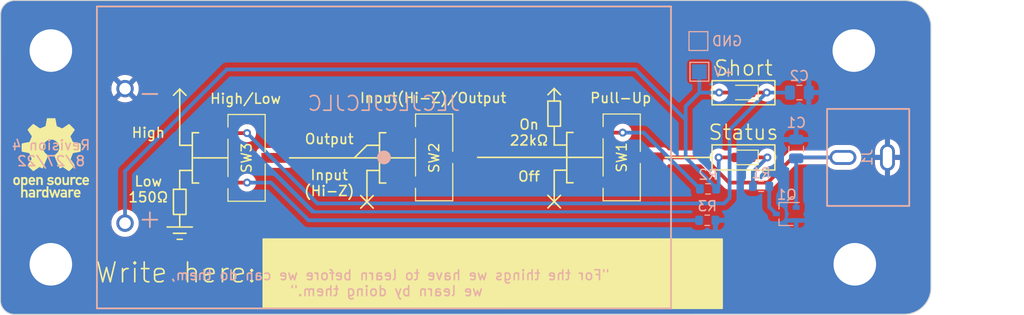
<source format=kicad_pcb>
(kicad_pcb (version 20221018) (generator pcbnew)
  (title_block (title "TixBoard Communications Education Board") (date "2023-06-29") (rev "5") (company "QuarterWave Engineering"))
  (layers (0 "F.Cu" signal) (31 "B.Cu" signal) (34 "B.Paste" user) (35 "F.Paste" user) (36 "B.SilkS" user "B.Silkscreen") (37 "F.SilkS" user "F.Silkscreen") (38 "B.Mask" user) (39 "F.Mask" user) (44 "Edge.Cuts" user))
  (net 0 "")
  (net 1 "Net-(C1-Pad1)")
  (net 2 "GND")
  (net 3 "Net-(D1-Pad1)")
  (net 4 "+BATT")
  (net 5 "Net-(Q1-Pad3)")
  (net 6 "Net-(R2-Pad2)")
  (net 7 "Net-(R3-Pad2)")
  (net 8 "Net-(C2-Pad2)")
  (net 10 "Net-(SW2-Pad1)")
  (footprint "QuarterWave:logoWithText2Mask" (layer "F.Cu") (at 125.222 85.725)
    (fp_text reference "G***" hide)
    (fp_text value "LOGO" hide)
  )
  (footprint "QuarterWave:TixBoard" (layer "F.Cu") (at 156.352952 84.802008)
    (fp_text reference "G***" hide)
    (fp_text value "LOGO" hide)
  )
  (footprint "MountingHole:MountingHole_4.3mm_M4_ISO14580_Pad" (layer "F.Cu") (at 108.077 86.36)
    (fp_text reference "REF**" hide)
    (fp_text value "MountingHole_4.3mm_M4_ISO14580_Pad" hide)
    (pad "1" thru_hole circle (at 0 0) (size 7 7) (drill 4.3) (layers "*.Cu" "*.Mask") (net 2 "GND"))
  )
  (footprint "Symbol:OSHW-Logo_7.5x8mm_SilkScreen" (layer "F.Cu") (at 108.1 97.2)
    (fp_text reference "REF**" hide)
    (fp_text value "OSHW-Logo_7.5x8mm_SilkScreen" hide)
  )
  (footprint "JS102011SCQN:JS102011SCQN" (layer "F.Cu") (at 146.8 97.15)
    (fp_text reference "SW2" (at 0 0.05 90) (layer "F.SilkS"))
    (fp_text value "Input(Hi-Z)/Output")
    (pad "1" smd rect (at -2.85 -2.5) (size 2.7 1) (layers "F.Cu" "F.Paste" "F.Mask") (net 10 "Net-(SW2-Pad1)"))
    (pad "2" smd rect (at 2.85 0) (size 2.7 1) (layers "F.Cu" "F.Paste" "F.Mask") (net 1 "Net-(C1-Pad1)"))
    (pad "3" smd rect (at -2.85 2.5) (size 2.7 1) (layers "F.Cu" "F.Paste" "F.Mask"))
  )
  (footprint "LED_SMD:LED_0603_1608Metric" (layer "F.Cu") (at 178.054 97.155 180)
    (fp_text reference "D1" hide)
    (fp_text value "Green")
    (pad "1" smd roundrect (at -0.7875 0 180) (size 0.875 0.95) (layers "F.Cu" "F.Paste" "F.Mask") (net 3 "Net-(D1-Pad1)"))
    (pad "2" smd roundrect (at 0.7875 0 180) (size 0.875 0.95) (layers "F.Cu" "F.Paste" "F.Mask") (net 4 "+BATT"))
  )
  (footprint "LED_SMD:LED_0603_1608Metric" (layer "F.Cu") (at 178.054 90.6 180)
    (fp_text reference "D2" hide)
    (fp_text value "Red")
    (pad "1" smd roundrect (at -0.7875 0 180) (size 0.875 0.95) (layers "F.Cu" "F.Paste" "F.Mask") (net 8 "Net-(C2-Pad2)"))
    (pad "2" smd roundrect (at 0.7875 0 180) (size 0.875 0.95) (layers "F.Cu" "F.Paste" "F.Mask") (net 4 "+BATT"))
  )
  (footprint "MountingHole:MountingHole_4.3mm_M4_ISO14580_Pad" (layer "F.Cu") (at 189.2 86.36)
    (fp_text reference "REF**" hide)
    (fp_text value "MountingHole_4.3mm_M4_ISO14580_Pad" hide)
    (pad "1" thru_hole circle (at 0 0) (size 7 7) (drill 4.3) (layers "*.Cu" "*.Mask") (net 2 "GND"))
  )
  (footprint "JS102011SCQN:JS102011SCQN" (layer "F.Cu") (at 165.75 97.15)
    (fp_text reference "SW1" (at 0 0 90) (layer "F.SilkS"))
    (fp_text value "Pull-Up")
    (pad "1" smd rect (at -2.85 -2.5) (size 2.7 1) (layers "F.Cu" "F.Paste" "F.Mask") (net 6 "Net-(R2-Pad2)"))
    (pad "2" smd rect (at 2.85 0) (size 2.7 1) (layers "F.Cu" "F.Paste" "F.Mask") (net 1 "Net-(C1-Pad1)"))
    (pad "3" smd rect (at -2.85 2.5) (size 2.7 1) (layers "F.Cu" "F.Paste" "F.Mask"))
  )
  (footprint "JS102011SCQN:JS102011SCQN" (layer "F.Cu") (at 127.85 97.2)
    (fp_text reference "SW3" (at 0 0 90) (layer "F.SilkS"))
    (fp_text value "High/Low")
    (pad "1" smd rect (at -2.85 -2.5) (size 2.7 1) (layers "F.Cu" "F.Paste" "F.Mask") (net 8 "Net-(C2-Pad2)"))
    (pad "2" smd rect (at 2.85 0) (size 2.7 1) (layers "F.Cu" "F.Paste" "F.Mask") (net 10 "Net-(SW2-Pad1)"))
    (pad "3" smd rect (at -2.85 2.5) (size 2.7 1) (layers "F.Cu" "F.Paste" "F.Mask") (net 7 "Net-(R3-Pad2)"))
  )
  (footprint "MountingHole:MountingHole_4.3mm_M4_ISO14580_Pad" (layer "F.Cu") (at 189.3 107.95)
    (fp_text reference "REF**" hide)
    (fp_text value "MountingHole_4.3mm_M4_ISO14580_Pad" hide)
    (pad "1" thru_hole circle (at 0 0) (size 7 7) (drill 4.3) (layers "*.Cu" "*.Mask") (net 2 "GND"))
  )
  (footprint "MountingHole:MountingHole_4.3mm_M4_ISO14580_Pad" (layer "F.Cu") (at 108.077 107.95)
    (fp_text reference "REF**" hide)
    (fp_text value "MountingHole_4.3mm_M4_ISO14580_Pad" hide)
    (pad "1" thru_hole circle (at 0 0) (size 7 7) (drill 4.3) (layers "*.Cu" "*.Mask") (net 2 "GND"))
  )
  (footprint "Capacitor_SMD:C_0805_2012Metric" (layer "B.Cu") (at 183.7 90.6 180)
    (fp_text reference "C2" (at 0 1.68) (layer "B.SilkS") (effects (justify mirror)))
    (fp_text value "10μF")
    (pad "1" smd roundrect (at -0.95 0 180) (size 1 1.45) (layers "B.Cu" "B.Paste" "B.Mask") (net 2 "GND"))
    (pad "2" smd roundrect (at 0.95 0 180) (size 1 1.45) (layers "B.Cu" "B.Paste" "B.Mask") (net 8 "Net-(C2-Pad2)"))
  )
  (footprint "KLPX-0848A-2-B:KLPX-0848A-2-B" (layer "B.Cu") (at 192.6 97.155 90)
    (fp_text reference "J1" (at 0 -2.032 270) (layer "B.SilkS") (effects (justify mirror)))
    (fp_text value "RCA Socket" hide)
    (pad "1" thru_hole oval (at 0 -4.500001 90) (size 1.5018 2.7178) (drill oval 0.9356 2.1516) (layers "*.Cu" "*.Mask") (net 1 "Net-(C1-Pad1)"))
    (pad "2" thru_hole oval (at 0 0 90) (size 2.7178 1.5018) (drill oval 2.1516 0.9356) (layers "*.Cu" "*.Mask") (net 2 "GND"))
  )
  (footprint "Capacitor_SMD:C_0805_2012Metric" (layer "B.Cu") (at 183.38 96.3 90)
    (fp_text reference "C1" (at 2.65 0.01) (layer "B.SilkS") (effects (justify mirror)))
    (fp_text value "10μF")
    (pad "1" smd roundrect (at -0.95 0 90) (size 1 1.45) (layers "B.Cu" "B.Paste" "B.Mask") (net 1 "Net-(C1-Pad1)"))
    (pad "2" smd roundrect (at 0.95 0 90) (size 1 1.45) (layers "B.Cu" "B.Paste" "B.Mask") (net 2 "GND"))
  )
  (footprint "Resistor_SMD:R_0603_1608Metric" (layer "B.Cu") (at 174.4745 100.33 180)
    (fp_text reference "R2" (at 0 1.43) (layer "B.SilkS") (effects (justify mirror)))
    (fp_text value "22kΩ")
    (pad "1" smd roundrect (at -0.825 0 180) (size 0.8 0.95) (layers "B.Cu" "B.Paste" "B.Mask") (net 4 "+BATT"))
    (pad "2" smd roundrect (at 0.825 0 180) (size 0.8 0.95) (layers "B.Cu" "B.Paste" "B.Mask") (net 6 "Net-(R2-Pad2)"))
  )
  (footprint "TestPoint:TestPoint_Pad_1.5x1.5mm" (layer "B.Cu") (at 173.6 88.5 180)
    (fp_text reference "TP2" hide)
    (fp_text value "+V" (at -2.5 0) (layer "B.SilkS") (effects (justify mirror)))
    (pad "1" smd rect (at 0 0 180) (size 1.5 1.5) (layers "B.Cu" "B.Mask") (net 4 "+BATT"))
  )
  (footprint "Resistor_SMD:R_0603_1608Metric" (layer "B.Cu") (at 179.832 100.076)
    (fp_text reference "R1" (at -0.002 -1.326 180) (layer "B.SilkS") (effects (justify mirror)))
    (fp_text value "150Ω")
    (pad "1" smd roundrect (at -0.825 0) (size 0.8 0.95) (layers "B.Cu" "B.Paste" "B.Mask") (net 3 "Net-(D1-Pad1)"))
    (pad "2" smd roundrect (at 0.825 0) (size 0.8 0.95) (layers "B.Cu" "B.Paste" "B.Mask") (net 5 "Net-(Q1-Pad3)"))
  )
  (footprint "BC2AAPC:BAT_BC2AAPC" (layer "B.Cu") (at 141.732 97.155)
    (fp_text reference "BT1" hide)
    (fp_text value "2xAA")
    (pad "1" thru_hole circle (at -26.16 6.64) (size 1.755 1.755) (drill 1.17) (layers "*.Cu" "*.Mask") (net 4 "+BATT"))
    (pad "2" thru_hole circle (at -26.16 -6.95) (size 1.755 1.755) (drill 1.17) (layers "*.Cu" "*.Mask") (net 2 "GND"))
  )
  (footprint "Resistor_SMD:R_0603_1608Metric" (layer "B.Cu") (at 174.3945 103.505 180)
    (fp_text reference "R3" (at 0 1.43) (layer "B.SilkS") (effects (justify mirror)))
    (fp_text value "150Ω")
    (pad "1" smd roundrect (at -0.825 0 180) (size 0.8 0.95) (layers "B.Cu" "B.Paste" "B.Mask") (net 2 "GND"))
    (pad "2" smd roundrect (at 0.825 0 180) (size 0.8 0.95) (layers "B.Cu" "B.Paste" "B.Mask") (net 7 "Net-(R3-Pad2)"))
  )
  (footprint "Package_TO_SOT_SMD:SOT-323_SC-70" (layer "B.Cu") (at 182.372 102.87 180)
    (fp_text reference "Q1" (at -0.05 1.95) (layer "B.SilkS") (effects (justify mirror)))
    (fp_text value "RU1J002YNTCL")
    (pad "1" smd rect (at -1 0.65 270) (size 0.45 0.7) (layers "B.Cu" "B.Paste" "B.Mask") (net 1 "Net-(C1-Pad1)"))
    (pad "2" smd rect (at -1 -0.65 270) (size 0.45 0.7) (layers "B.Cu" "B.Paste" "B.Mask") (net 2 "GND"))
    (pad "3" smd rect (at 1 0 270) (size 0.45 0.7) (layers "B.Cu" "B.Paste" "B.Mask") (net 5 "Net-(Q1-Pad3)"))
  )
  (footprint "TestPoint:TestPoint_Pad_1.5x1.5mm" (layer "B.Cu") (at 173.5 85.4 180)
    (fp_text reference "TP1" hide)
    (fp_text value "GND" (at -2.9 0) (layer "B.SilkS") (effects (justify mirror)))
    (pad "1" smd rect (at 0 0 180) (size 1.5 1.5) (layers "B.Cu" "B.Mask") (net 2 "GND"))
  )
  (gr_rect (start 120.463 100.375) (end 121.733 102.915) (stroke (width 0.16)) (fill none) (layer "F.SilkS"))
  (gr_line (start 160.2 99.715) (end 160.835 99.715) (stroke (width 0.16)) (layer "F.SilkS"))
  (gr_line (start 120.844 105.4296) (end 121.352 105.4296) (stroke (width 0.16)) (layer "F.SilkS"))
  (gr_line (start 141.9175 99.74) (end 141.2825 99.74) (stroke (width 0.16)) (layer "F.SilkS"))
  (gr_line (start 141.2825 99.74) (end 141.2825 97.2) (stroke (width 0.16)) (layer "F.SilkS"))
  (gr_line (start 121.098 98.47) (end 121.098 100.375) (stroke (width 0.16)) (layer "F.SilkS"))
  (gr_rect (start 129.54 105.41) (end 175.895 112.395) (stroke (width 0.16)) (fill solid) (layer "F.SilkS"))
  (gr_line (start 141.2825 98.47) (end 140.0125 98.47) (stroke (width 0.16)) (layer "F.SilkS"))
  (gr_line (start 119.828 104.185) (end 122.368 104.185) (stroke (width 0.16)) (layer "F.SilkS"))
  (gr_line (start 160.2 94.635) (end 160.835 94.635) (stroke (width 0.16)) (layer "F.SilkS"))
  (gr_line (start 121.098 90.245) (end 120.463 90.88) (stroke (width 0.16)) (layer "F.SilkS"))
  (gr_line (start 139.3775 102.28) (end 140.6475 101.01) (stroke (width 0.16)) (layer "F.SilkS"))
  (gr_line (start 158.295 102.255) (end 159.565 100.985) (stroke (width 0.16)) (layer "F.SilkS"))
  (gr_line (start 139.3775 101.01) (end 140.6475 102.28) (stroke (width 0.16)) (layer "F.SilkS"))
  (gr_line (start 163.8704 97.15) (end 151.2 97.15) (stroke (width 0.16)) (layer "F.SilkS"))
  (gr_line (start 122.368 97.2) (end 122.368 99.74) (stroke (width 0.16)) (layer "F.SilkS"))
  (gr_line (start 121.098 102.915) (end 121.098 104.185) (stroke (width 0.16)) (layer "F.SilkS"))
  (gr_line (start 121.733 104.82) (end 120.463 104.82) (stroke (width 0.16)) (layer "F.SilkS"))
  (gr_line (start 160.2 95.905) (end 158.93 95.905) (stroke (width 0.16)) (layer "F.SilkS"))
  (gr_line (start 141.2825 94.66) (end 141.9175 94.66) (stroke (width 0.16)) (layer "F.SilkS"))
  (gr_line (start 158.93 95.905) (end 158.93 94) (stroke (width 0.16)) (layer "F.SilkS"))
  (gr_line (start 141.2825 97.2) (end 141.2825 94.66) (stroke (width 0.16)) (layer "F.SilkS"))
  (gr_rect (start 174.879 95.885) (end 181.229 98.425) (stroke (width 0.15)) (fill none) (layer "F.SilkS"))
  (gr_rect (start 174.879 89.4) (end 181.229 91.84) (stroke (width 0.15)) (fill none) (layer "F.SilkS"))
  (gr_line (start 158.93 98.445) (end 158.93 101.62) (stroke (width 0.16)) (layer "F.SilkS"))
  (gr_line (start 123.003 97.2) (end 125.9704 97.2) (stroke (width 0.16)) (layer "F.SilkS"))
  (gr_line (start 174.85 97.155) (end 170.15 97.15) (stroke (width 0.16)) (layer "F.SilkS"))
  (gr_line (start 122.368 97.2) (end 123.003 97.2) (stroke (width 0.16)) (layer "F.SilkS"))
  (gr_line (start 140.0125 98.47) (end 140.0125 101.645) (stroke (width 0.16)) (layer "F.SilkS"))
  (gr_line (start 158.93 98.445) (end 160.2 98.445) (stroke (width 0.16)) (layer "F.SilkS"))
  (gr_line (start 141.2825 95.93) (end 140.0125 95.93) (stroke (width 0.16)) (layer "F.SilkS"))
  (gr_line (start 158.93 90.19) (end 159.565 90.825) (stroke (width 0.16)) (layer "F.SilkS"))
  (gr_line (start 121.098 90.245) (end 121.733 90.88) (stroke (width 0.16)) (layer "F.SilkS"))
  (gr_line (start 122.368 99.74) (end 123.003 99.74) (stroke (width 0.16)) (layer "F.SilkS"))
  (gr_line (start 122.368 98.47) (end 121.098 98.47) (stroke (width 0.16)) (layer "F.SilkS"))
  (gr_line (start 121.098 91.515) (end 121.098 90.245) (stroke (width 0.16)) (layer "F.SilkS"))
  (gr_line (start 160.2 97.175) (end 160.2 99.715) (stroke (width 0.16)) (layer "F.SilkS"))
  (gr_line (start 140.0125 95.93) (end 138.7425 97.2) (stroke (width 0.16)) (layer "F.SilkS"))
  (gr_line (start 123.003 94.66) (end 122.368 94.66) (stroke (width 0.16)) (layer "F.SilkS"))
  (gr_line (start 121.098 95.93) (end 121.098 91.515) (stroke (width 0.16)) (layer "F.SilkS"))
  (gr_rect (start 158.295 91.46) (end 159.565 94) (stroke (width 0.16)) (fill none) (layer "F.SilkS"))
  (gr_line (start 122.368 95.93) (end 121.098 95.93) (stroke (width 0.16)) (layer "F.SilkS"))
  (gr_line (start 138.7425 97.2) (end 132.2 97.2) (stroke (width 0.16)) (layer "F.SilkS"))
  (gr_line (start 138.7425 97.2) (end 144.9 97.2) (stroke (width 0.16)) (layer "F.SilkS"))
  (gr_line (start 158.295 100.985) (end 159.565 102.255) (stroke (width 0.16)) (layer "F.SilkS"))
  (gr_line (start 160.2 97.175) (end 160.2 94.635) (stroke (width 0.16)) (layer "F.SilkS"))
  (gr_line (start 158.93 91.46) (end 158.93 90.19) (stroke (width 0.16)) (layer "F.SilkS"))
  (gr_line (start 158.93 90.19) (end 158.295 90.825) (stroke (width 0.16)) (layer "F.SilkS"))
  (gr_line (start 122.368 94.66) (end 122.368 97.2) (stroke (width 0.16)) (layer "F.SilkS"))
  (gr_line (start 104.389949 113.010051) (end 194.3 113) (stroke (width 0.1)) (layer "Edge.Cuts"))
  (gr_line (start 103 82.7) (end 102.989949 111.610051) (stroke (width 0.1)) (layer "Edge.Cuts"))
  (gr_line (start 197 110.3) (end 197 84) (stroke (width 0.1)) (layer "Edge.Cuts"))
  (gr_arc (start 194.3 81.3) (mid 196.209188 82.090812) (end 197 84) (stroke (width 0.1)) (layer "Edge.Cuts"))
  (gr_arc (start 104.389949 113.010051) (mid 103.4 112.6) (end 102.989949 111.610051) (stroke (width 0.1)) (layer "Edge.Cuts"))
  (gr_arc (start 103 82.7) (mid 103.410051 81.710051) (end 104.4 81.3) (stroke (width 0.1)) (layer "Edge.Cuts"))
  (gr_line (start 194.3 81.3) (end 104.4 81.3) (stroke (width 0.1)) (layer "Edge.Cuts"))
  (gr_arc (start 197 110.3) (mid 196.209188 112.209188) (end 194.3 113) (stroke (width 0.1)) (layer "Edge.Cuts"))
  (gr_text "JLCJLCJLCJLC" (at 141.72 91.7) (layer "B.SilkS") (effects (font (size 1.5 1.5) (thickness 0.16)) (justify mirror)))
  (gr_text "Revision 4\n8/27/22" (at 108.1 96.725) (layer "B.SilkS") (effects (font (size 1 1) (thickness 0.16)) (justify mirror)))
  (gr_text "{dblquote}For the things we have to learn before we can do them,\n we learn by doing them.{dblquote}" (at 142.367 109.855) (layer "B.SilkS") (effects (font (size 1 1) (thickness 0.16)) (justify mirror)))
  (gr_text "Input\n(Hi-Z)" (at 136.2025 99.74) (layer "F.SilkS") (effects (font (size 1 1) (thickness 0.16))))
  (gr_text "Pull-Up" (at 165.65 91.15) (layer "F.SilkS") (effects (font (size 1 1) (thickness 0.16))))
  (gr_text "Off" (at 156.39 99.08) (layer "F.SilkS") (effects (font (size 1 1) (thickness 0.16))))
  (gr_text "Low\n150Ω" (at 117.923 100.375) (layer "F.SilkS") (effects (font (size 1 1) (thickness 0.16))))
  (gr_text "Output" (at 136.2025 95.295) (layer "F.SilkS") (effects (font (size 1 1) (thickness 0.16))))
  (gr_text "On\n22kΩ" (at 156.39 94.635) (layer "F.SilkS") (effects (font (size 1 1) (thickness 0.16))))
  (gr_text "Status" (at 178.054 94.615) (layer "F.SilkS") (effects (font (size 1.5 1.5) (thickness 0.16))))
  (gr_text "Input(Hi-Z)/Output" (at 146.7 91.15) (layer "F.SilkS") (effects (font (size 1 1) (thickness 0.16))))
  (gr_text "Short" (at 178.054 88.13) (layer "F.SilkS") (effects (font (size 1.5 1.5) (thickness 0.16))))
  (gr_text "High/Low" (at 127.75 91.22) (layer "F.SilkS") (effects (font (size 1 1) (thickness 0.16))))
  (gr_text "High\n" (at 117.923 94.66) (layer "F.SilkS") (effects (font (size 1 1) (thickness 0.16))))
  (gr_text "Write here:" (at 120.7 108.8) (layer "F.SilkS") (effects (font (size 2 2) (thickness 0.16))))
  (segment (start 176.595 99.695) (end 174.05 97.15) (width 0.381) (layer "F.Cu") (net 1))
  (segment (start 183.045 97.155) (end 180.505 99.695) (width 0.381) (layer "F.Cu") (net 1))
  (segment (start 174.05 97.15) (end 168.6 97.15) (width 0.381) (layer "F.Cu") (net 1))
  (segment (start 180.505 99.695) (end 176.595 99.695) (width 0.381) (layer "F.Cu") (net 1))
  (segment (start 188.099999 97.155) (end 183.045 97.155) (width 0.381) (layer "F.Cu") (net 1))
  (segment (start 168.6 97.15) (end 149.65 97.15) (width 0.381) (layer "F.Cu") (net 1))
  (segment (start 183.702 97.3395) (end 183.7 97.3375) (width 0.381) (layer "B.Cu") (net 1))
  (segment (start 183.795 97.155) (end 183.7 97.25) (width 0.381) (layer "B.Cu") (net 1))
  (segment (start 183.7 97.3375) (end 183.8825 97.155) (width 0.381) (layer "B.Cu") (net 1))
  (segment (start 188.099999 97.155) (end 183.795 97.155) (width 0.381) (layer "B.Cu") (net 1))
  (segment (start 183.372 97.578) (end 183.7 97.25) (width 0.381) (layer "B.Cu") (net 1))
  (segment (start 183.372 102.22) (end 183.372 97.578) (width 0.381) (layer "B.Cu") (net 1))
  (segment (start 178.929 97.155) (end 180.467 97.155) (width 0.381) (layer "F.Cu") (net 3))
  (via (at 180.467 97.155) (size 0.8) (drill 0.4) (layers "F.Cu" "B.Cu") (net 3))
  (segment (start 179.007 100.076) (end 179.007 98.615) (width 0.381) (layer "B.Cu") (net 3))
  (segment (start 179.007 98.615) (end 180.467 97.155) (width 0.381) (layer "B.Cu") (net 3))
  (segment (start 175.6 90.6) (end 175.5 90.6) (width 0.25) (layer "F.Cu") (net 4))
  (segment (start 177.179 90.6) (end 175.6 90.6) (width 0.381) (layer "F.Cu") (net 4))
  (segment (start 177.179 97.155) (end 175.545 97.155) (width 0.381) (layer "F.Cu") (net 4))
  (via (at 175.6 90.6) (size 0.8) (drill 0.4) (layers "F.Cu" "B.Cu") (net 4))
  (via (at 175.545 97.155) (size 0.8) (drill 0.4) (layers "F.Cu" "B.Cu") (net 4))
  (segment (start 115.572 98.55) (end 115.572 103.795) (width 0.381) (layer "B.Cu") (net 4))
  (segment (start 172.212 97.155) (end 172.212 93.345) (width 0.381) (layer "B.Cu") (net 4))
  (segment (start 175.387 100.33) (end 172.212 97.155) (width 0.381) (layer "B.Cu") (net 4))
  (segment (start 172.212 93.345) (end 167.132 88.265) (width 0.381) (layer "B.Cu") (net 4))
  (segment (start 175.545 100.0845) (end 175.2995 100.33) (width 0.381) (layer "B.Cu") (net 4))
  (segment (start 173.6 90.6) (end 175.6 90.6) (width 0.381) (layer "B.Cu") (net 4))
  (segment (start 120.2 94) (end 120.161 93.961) (width 0.381) (layer "B.Cu") (net 4))
  (segment (start 175.545 97.155) (end 175.545 100.0845) (width 0.381) (layer "B.Cu") (net 4))
  (segment (start 172.212 93.345) (end 172.212 91.988) (width 0.381) (layer "B.Cu") (net 4))
  (segment (start 125.857 88.265) (end 120.161 93.961) (width 0.381) (layer "B.Cu") (net 4))
  (segment (start 167.132 88.265) (end 125.857 88.265) (width 0.381) (layer "B.Cu") (net 4))
  (segment (start 172.212 91.988) (end 173.6 90.6) (width 0.381) (layer "B.Cu") (net 4))
  (segment (start 120.161 93.961) (end 115.572 98.55) (width 0.381) (layer "B.Cu") (net 4))
  (segment (start 173.6 90.6) (end 173.6 88.5) (width 0.381) (layer "B.Cu") (net 4))
  (segment (start 180.657 100.076) (end 180.657 102.155) (width 0.381) (layer "B.Cu") (net 5))
  (segment (start 180.657 102.155) (end 181.372 102.87) (width 0.381) (layer "B.Cu") (net 5))
  (segment (start 162.9 94.65) (end 165.85 94.65) (width 0.381) (layer "F.Cu") (net 6))
  (via (at 165.85 94.65) (size 0.8) (drill 0.4) (layers "F.Cu" "B.Cu") (net 6))
  (segment (start 165.85 94.65) (end 167.9695 94.65) (width 0.381) (layer "B.Cu") (net 6))
  (segment (start 173.562 100.33) (end 173.482 100.33) (width 0.381) (layer "B.Cu") (net 6))
  (segment (start 167.9695 94.65) (end 173.6495 100.33) (width 0.381) (layer "B.Cu") (net 6))
  (segment (start 125 99.7) (end 127.9 99.7) (width 0.381) (layer "F.Cu") (net 7))
  (via (at 127.9 99.7) (size 0.8) (drill 0.4) (layers "F.Cu" "B.Cu") (net 7))
  (segment (start 134.112 103.505) (end 130.302 99.695) (width 0.381) (layer "B.Cu") (net 7))
  (segment (start 127.9 99.7) (end 130.297 99.7) (width 0.381) (layer "B.Cu") (net 7))
  (segment (start 173.482 103.505) (end 134.112 103.505) (width 0.381) (layer "B.Cu") (net 7))
  (segment (start 130.297 99.7) (end 130.302 99.695) (width 0.381) (layer "B.Cu") (net 7))
  (segment (start 127.9 94.7) (end 125 94.7) (width 0.381) (layer "F.Cu") (net 8))
  (segment (start 178.929 90.6) (end 180.4 90.6) (width 0.381) (layer "F.Cu") (net 8))
  (via (at 127.9 94.7) (size 0.8) (drill 0.4) (layers "F.Cu" "B.Cu") (net 8))
  (via (at 180.4 90.6) (size 0.8) (drill 0.4) (layers "F.Cu" "B.Cu") (net 8))
  (segment (start 135 101.8) (end 127.9 94.7) (width 0.381) (layer "B.Cu") (net 8))
  (segment (start 176.65 94.35) (end 176.65 101.25) (width 0.381) (layer "B.Cu") (net 8))
  (segment (start 176.1 101.8) (end 135 101.8) (width 0.381) (layer "B.Cu") (net 8))
  (segment (start 182.6625 90.6) (end 180.4 90.6) (width 0.381) (layer "B.Cu") (net 8))
  (segment (start 176.65 101.25) (end 176.1 101.8) (width 0.381) (layer "B.Cu") (net 8))
  (segment (start 180.4 90.6) (end 176.65 94.35) (width 0.381) (layer "B.Cu") (net 8))
  (segment (start 146.9 95.5) (end 146.9 96.7) (width 0.381) (layer "F.Cu") (net 10))
  (segment (start 146.05 94.65) (end 146.9 95.5) (width 0.381) (layer "F.Cu") (net 10))
  (segment (start 146.9 96.7) (end 146.4 97.2) (width 0.381) (layer "F.Cu") (net 10))
  (segment (start 143.95 94.65) (end 146.05 94.65) (width 0.381) (layer "F.Cu") (net 10))
  (segment (start 146.4 97.2) (end 130.7 97.2) (width 0.381) (layer "F.Cu") (net 10))
  (zone (net 2) (net_name "GND") (layer "F.Cu") (connect_pads (clearance 0.508)) (min_thickness 0.254) (fill yes (thermal_gap 0.508) (thermal_bridge_width 0.508))
    (polygon (pts (xy 196.98 113.03) (xy 103 113.03) (xy 103 81.28) (xy 196.98 81.28)))
  )
  (zone (net 2) (net_name "GND") (layer "B.Cu") (connect_pads (clearance 0.508)) (min_thickness 0.254) (fill yes (thermal_gap 0.508) (thermal_bridge_width 0.508))
    (polygon (pts (xy 196.977 113.03) (xy 102.997 113.03) (xy 102.997 81.28) (xy 196.977 81.28)))
  )
)
</source>
